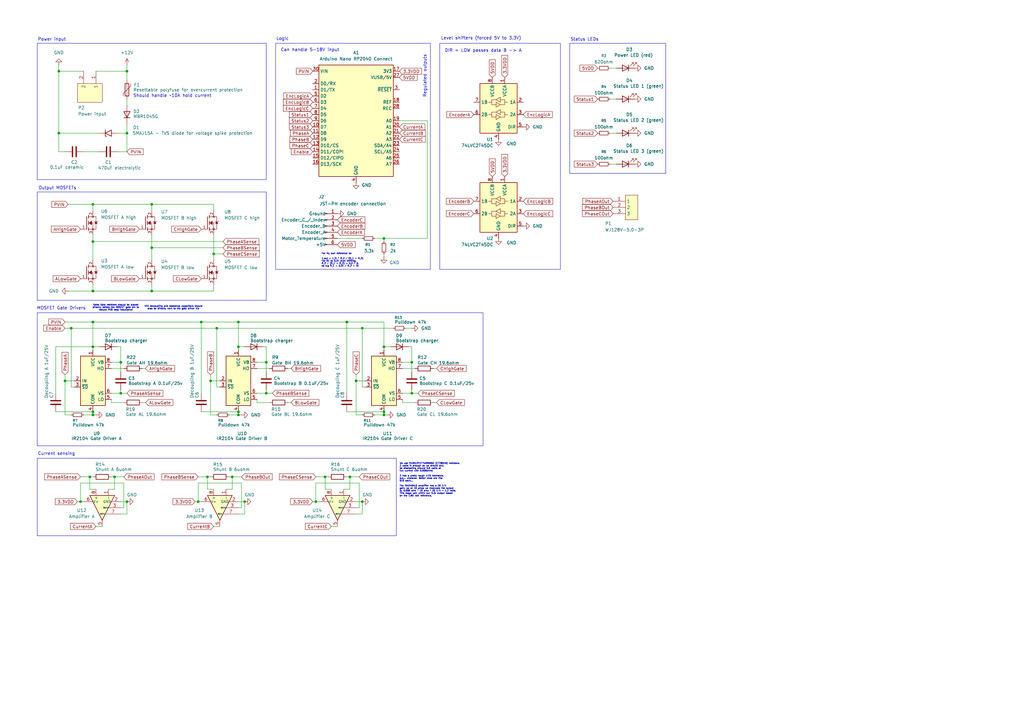
<source format=kicad_sch>
(kicad_sch (version 20250114) (generator "eeschema") (generator_version "9.0")
  (paper "A3")
  (lib_symbols
    (symbol "Amplifier_Current:INA240A1D" (pin_names (offset 0.127))
      (property "Reference" "U" (at 3.81 3.81 0))
      (property "Value" "INA240A1D" (at 3.81 -2.54 0))
      (symbol "INA240A1D_1_1"
        (pin input line (at -7.62 2.54 0) (length 2.54) (name "+") (number "8"))
        (pin input line (at -7.62 -2.54 0) (length 2.54) (name "-") (number "1"))
        (pin power_in line (at -2.54 7.62 270) (length 3.81) (name "V+") (number "6"))
        (pin power_in line (at -2.54 -7.62 90) (length 3.81) (name "GND") (number "2"))
        (pin passive line (at -2.54 -7.62 90) (length 3.81) (hide yes) (name "GND") (number "4"))
        (pin passive line (at 0 -7.62 90) (length 5.08) (name "REF2") (number "3"))
        (pin passive line (at 2.54 -7.62 90) (length 6.35) (name "REF1") (number "7"))
        (pin output line (at 7.62 0 180) (length 2.54) (name "~") (number "5"))
      )
    )
    (symbol "Connector:Conn_01x06_Pin" (pin_names (offset 1.016))
      (property "Reference" "J2" (at 1.27 10.16 0))
      (property "Value" "JST-PH encoder connection" (at 0 7.62 0))
      (symbol "Conn_01x06_Pin_1_1"
        (pin power_in line (at 5.08 5.08 180) (length 3.81) (name "Ground") (number "1"))
        (pin output line (at 5.08 2.54 180) (length 3.81) (name "Encoder_C_/_Index") (number "2"))
        (pin output line (at 5.08 0 180) (length 3.81) (name "Encoder_B") (number "3"))
        (pin output line (at 5.08 -2.54 180) (length 3.81) (name "Encoder_A") (number "4"))
        (pin output line (at 5.08 -5.08 180) (length 3.81) (name "Motor_Temperature") (number "5"))
        (pin power_in line (at 5.08 -7.62 180) (length 3.81) (name "+5V") (number "6"))
      )
    )
    (symbol "Device:C" (pin_numbers (hide yes)) (pin_names (offset 0.254))
      (property "Reference" "C" (at 0.635 2.54 0))
      (property "Value" "C" (at 0.635 -2.54 0))
      (symbol "C_1_1"
        (pin passive line (at 0 3.81 270) (length 2.794) (name "~") (number "1"))
        (pin passive line (at 0 -3.81 90) (length 2.794) (name "~") (number "2"))
      )
    )
    (symbol "Device:D" (pin_numbers (hide yes)) (pin_names (offset 1.016) (hide yes))
      (property "Reference" "D" (at 0 2.54 0))
      (property "Value" "D" (at 0 -2.54 0))
      (symbol "D_1_1"
        (pin passive line (at -3.81 0 0) (length 2.54) (name "K") (number "1"))
        (pin passive line (at 3.81 0 180) (length 2.54) (name "A") (number "2"))
      )
    )
    (symbol "Device:LED" (pin_numbers (hide yes)) (pin_names (offset 1.016) (hide yes))
      (property "Reference" "D" (at 0 2.54 0))
      (property "Value" "LED" (at 0 -2.54 0))
      (symbol "LED_1_1"
        (pin passive line (at -3.81 0 0) (length 2.54) (name "K") (number "1"))
        (pin passive line (at 3.81 0 180) (length 2.54) (name "A") (number "2"))
      )
    )
    (symbol "Device:Polyfuse" (pin_numbers (hide yes)) (pin_names (offset 0))
      (property "Reference" "F" (at -2.54 0 90))
      (property "Value" "Polyfuse" (at 2.54 0 90))
      (symbol "Polyfuse_1_1"
        (pin passive line (at 0 3.81 270) (length 1.27) (name "~") (number "1"))
        (pin passive line (at 0 -3.81 90) (length 1.27) (name "~") (number "2"))
      )
    )
    (symbol "Device:R" (pin_numbers (hide yes)) (pin_names (offset 0))
      (property "Reference" "R" (at 2.032 0 90))
      (property "Value" "R" (at 0 0 90))
      (symbol "R_1_1"
        (pin passive line (at 0 3.81 270) (length 1.27) (name "~") (number "1"))
        (pin passive line (at 0 -3.81 90) (length 1.27) (name "~") (number "2"))
      )
    )
    (symbol "Device:R_Small" (pin_numbers (hide yes)) (pin_names (offset 0.254) (hide yes))
      (property "Reference" "R" (at 0 0 90))
      (property "Value" "R_Small" (at 1.778 0 90))
      (symbol "R_Small_1_1"
        (pin passive line (at 0 2.54 270) (length 0.762) (name "~") (number "1"))
        (pin passive line (at 0 -2.54 90) (length 0.762) (name "~") (number "2"))
      )
    )
    (symbol "Diode:SMAJ15A" (pin_numbers (hide yes)) (pin_names (offset 1.016) (hide yes))
      (property "Reference" "D" (at 0 2.54 0))
      (property "Value" "SMAJ15A" (at 0 -2.54 0))
      (symbol "SMAJ15A_1_1"
        (pin passive line (at -3.81 0 0) (length 2.54) (name "A1") (number "1"))
        (pin passive line (at 3.81 0 180) (length 2.54) (name "A2") (number "2"))
      )
    )
    (symbol "Driver_FET:IR2104"
      (property "Reference" "U" (at 1.27 13.335 0))
      (property "Value" "IR2104" (at 1.27 11.43 0))
      (symbol "IR2104_1_1"
        (pin input line (at -7.62 0 0) (length 2.54) (name "IN") (number "2"))
        (pin input line (at -7.62 -2.54 0) (length 2.54) (name "~{SD}") (number "3"))
        (pin power_in line (at 0 12.7 270) (length 2.54) (name "VCC") (number "1"))
        (pin power_in line (at 0 -12.7 90) (length 2.54) (name "COM") (number "4"))
        (pin passive line (at 7.62 7.62 180) (length 2.54) (name "VB") (number "8"))
        (pin output line (at 7.62 5.08 180) (length 2.54) (name "HO") (number "7"))
        (pin passive line (at 7.62 -5.08 180) (length 2.54) (name "VS") (number "6"))
        (pin output line (at 7.62 -7.62 180) (length 2.54) (name "LO") (number "5"))
      )
    )
    (symbol "Logic_LevelTranslator:74LVC2T45DC"
      (property "Reference" "U" (at 6.35 -11.43 0))
      (property "Value" "74LVC2T45DC" (at 10.16 11.43 0))
      (symbol "74LVC2T45DC_1_1"
        (pin bidirectional line (at -10.16 2.54 0) (length 2.54) (name "1A") (number "2"))
        (pin bidirectional line (at -10.16 -2.54 0) (length 2.54) (name "2A") (number "3"))
        (pin input line (at -10.16 -7.62 0) (length 2.54) (name "DIR") (number "5"))
        (pin power_in line (at -2.54 12.7 270) (length 2.54) (name "VCCA") (number "1"))
        (pin power_in line (at 0 -12.7 90) (length 2.54) (name "GND") (number "4"))
        (pin power_in line (at 2.54 12.7 270) (length 2.54) (name "VCCB") (number "8"))
        (pin bidirectional line (at 10.16 2.54 180) (length 2.54) (name "1B") (number "7"))
        (pin bidirectional line (at 10.16 -2.54 180) (length 2.54) (name "2B") (number "6"))
      )
    )
    (symbol "MCU_Module:Arduino_Nano_RP2040_Connect"
      (property "Reference" "A" (at -14.986 23.622 0))
      (property "Value" "Arduino_Nano_RP2040_Connect" (at 3.81 -25.654 0))
      (symbol "Arduino_Nano_RP2040_Connect_1_1"
        (pin power_in line (at -17.78 20.32 0) (length 2.54) (name "VIN") (number "30"))
        (pin bidirectional line (at -17.78 15.24 0) (length 2.54) (name "D0/RX") (number "2"))
        (pin bidirectional line (at -17.78 12.7 0) (length 2.54) (name "D1/TX") (number "1"))
        (pin bidirectional line (at -17.78 10.16 0) (length 2.54) (name "D2") (number "5"))
        (pin bidirectional line (at -17.78 7.62 0) (length 2.54) (name "D3") (number "6"))
        (pin bidirectional line (at -17.78 5.08 0) (length 2.54) (name "D4") (number "7"))
        (pin bidirectional line (at -17.78 2.54 0) (length 2.54) (name "D5") (number "8"))
        (pin bidirectional line (at -17.78 0 0) (length 2.54) (name "D6") (number "9"))
        (pin bidirectional line (at -17.78 -2.54 0) (length 2.54) (name "D7") (number "10"))
        (pin bidirectional line (at -17.78 -5.08 0) (length 2.54) (name "D8") (number "11"))
        (pin bidirectional line (at -17.78 -7.62 0) (length 2.54) (name "D9") (number "12"))
        (pin bidirectional line (at -17.78 -10.16 0) (length 2.54) (name "D10/CS") (number "13"))
        (pin bidirectional line (at -17.78 -12.7 0) (length 2.54) (name "D11/COPI") (number "14"))
        (pin bidirectional line (at -17.78 -15.24 0) (length 2.54) (name "D12/CIPO") (number "15"))
        (pin bidirectional line (at -17.78 -17.78 0) (length 2.54) (name "D13/SCK") (number "16"))
        (pin passive line (at 0 -25.4 90) (length 2.54) (hide yes) (name "GND") (number "29"))
        (pin power_in line (at 0 -25.4 90) (length 2.54) (name "GND") (number "4"))
        (pin power_out line (at 17.78 20.32 180) (length 2.54) (name "3V3") (number "17"))
        (pin power_out line (at 17.78 17.78 180) (length 2.54) (name "VUSB/5V") (number "27"))
        (pin input line (at 17.78 12.7 180) (length 2.54) (name "~{RESET}") (number "3"))
        (pin passive line (at 17.78 7.62 180) (length 2.54) (name "REF") (number "18"))
        (pin input line (at 17.78 5.08 180) (length 2.54) (name "REC") (number "28"))
        (pin bidirectional line (at 17.78 0 180) (length 2.54) (name "A0") (number "19"))
        (pin bidirectional line (at 17.78 -2.54 180) (length 2.54) (name "A1") (number "20"))
        (pin bidirectional line (at 17.78 -5.08 180) (length 2.54) (name "A2") (number "21"))
        (pin bidirectional line (at 17.78 -7.62 180) (length 2.54) (name "A3") (number "22"))
        (pin bidirectional line (at 17.78 -10.16 180) (length 2.54) (name "SDA/A4") (number "23"))
        (pin bidirectional line (at 17.78 -12.7 180) (length 2.54) (name "SCL/A5") (number "24"))
        (pin bidirectional line (at 17.78 -15.24 180) (length 2.54) (name "A6") (number "25"))
        (pin bidirectional line (at 17.78 -17.78 180) (length 2.54) (name "A7") (number "26"))
      )
    )
    (symbol "STP55NF06L:STP55NF06L" (pin_names (offset 1.016))
      (property "Reference" "U" (at -10.16 8.62 0))
      (property "Value" "STP55NF06L" (at -10.16 -11.62 0))
      (symbol "STP55NF06L_0_0"
        (pin passive line (at -5.08 -2.54 0) (length 2.54) (name "~") (number "1"))
        (pin passive line (at 0 5.08 270) (length 2.54) (name "~") (number "2"))
        (pin passive line (at 0 -5.08 90) (length 2.54) (name "~") (number "3"))
      )
    )
    (symbol "WJ128V-5.0-2P:WJ128V-5.0-2P"
      (property "Reference" "P" (at 0 -1.27 0))
      (property "Value" "WJ128V-5.0-2P" (at 0 -11.43 0))
      (symbol "WJ128V-5.0-2P_0_1"
        (pin unspecified line (at -2.54 -6.35 90) (length 5.08) (name "1") (number "1"))
        (pin unspecified line (at 2.54 -6.35 90) (length 5.08) (name "2") (number "2"))
      )
    )
    (symbol "WJ128V-5.0-3P:WJ128V-5.0-3P"
      (property "Reference" "P" (at 0 0 0))
      (property "Value" "WJ128V-5.0-3P" (at 0 -10.16 0))
      (symbol "WJ128V-5.0-3P_0_1"
        (pin unspecified line (at -2.54 -5.08 90) (length 5.08) (name "1") (number "1"))
        (pin unspecified line (at 0 -5.08 90) (length 5.08) (name "2") (number "2"))
        (pin unspecified line (at 2.54 -5.08 90) (length 5.08) (name "3") (number "3"))
      )
    )
    (symbol "power:+12V" (power) (pin_numbers (hide yes)) (pin_names (offset 0) (hide yes))
      (property "Value" "+12V" (at 0 3.556 0))
      (symbol "+12V_1_1"
        (pin power_in line (at 0 0 90) (length 0) (name "~") (number "1"))
      )
    )
    (symbol "power:GND" (power) (pin_numbers (hide yes)) (pin_names (offset 0) (hide yes))
      (property "Value" "GND" (at 0 -3.81 0))
      (symbol "GND_1_1"
        (pin power_in line (at 0 0 270) (length 0) (name "~") (number "1"))
      )
    )
  )
  (rectangle (start 15.24 128.27) (end 198.12 182.88))
  (rectangle (start 15.24 78.74) (end 109.22 123.19))
  (rectangle (start 15.24 187.96) (end 162.56 219.71))
  (rectangle (start 180.34 17.78) (end 229.87 110.49))
  (rectangle (start 113.03 17.78) (end 176.53 110.49))
  (rectangle (start 233.68 17.78) (end 273.05 71.12))
  (rectangle (start 15.24 17.78) (end 109.22 73.66))
  (text "Can handle 5-18V input" (at 139.192 20.574 0) (effects (font (size 1.27 1.27)) (justify right)))
  (text "VCC decoupling and bootstrap capacitors should\nalso be directly next to the gate driver ICs" (at 71.12 126.238 0) (effects (font (size 0.635 0.635))))
  (text "Logic\n" (at 113.284 16.002 0) (effects (font (size 1.27 1.27)) (justify left)))
  (text "MOSFET Gate Drivers" (at 25.146 126.492 0) (effects (font (size 1.27 1.27))))
  (text "Output MOSFETs" (at 15.748 77.216 0) (effects (font (size 1.27 1.27)) (justify left)))
  (text "We use PA2512FKF7W0R006E (C728340) resistors.\n2 watts is enough as we should only\nbe dissipating around 0.6 watts at\nfull current with 0.006ohms\n\nIt has a pretty rough ±1% tolerance,\nbut... whatever. Better ones are like\n$10 each...\n\nThe INA240A1D amplifier has a 20 V/V\ngain, so at 10 amps we modulate the output\nby 0.006 ohm * 10 amp * 20 V/V = 1.2 volts.\nThis stays well within our 3.3v output based\non the 1.65 volt reference." (at 163.83 196.85 0) (effects (font (size 0.635 0.635)) (justify left)))
  (text "For my own reference lol\n\nV_out = V_in * R_2 / (R_1 + R_2)\nFor 5V to 3.3V level shifting,\nR_2 / (R_1 + R_2) = 3.3 / 5,\nso e.g R_1 = 3.3k / R_2 = 2k" (at 131.826 106.68 0) (effects (font (size 0.635 0.635)) (justify left)))
  (text "Status LEDs" (at 233.934 16.256 0) (effects (font (size 1.27 1.27)) (justify left)))
  (text "Regulated outputs\n" (at 174.244 22.352 90) (effects (font (size 1.27 1.27)) (justify right)))
  (text "DIR = LOW passes data B -> A" (at 182.372 20.828 0) (effects (font (size 1.27 1.27)) (justify left)))
  (text "Level shifters (forced 5V to 3.3V)" (at 180.848 15.748 0) (effects (font (size 1.27 1.27)) (justify left)))
  (text "Power input\n" (at 15.494 16.256 0) (effects (font (size 1.27 1.27)) (justify left)))
  (text "Should handle ~10A hold current" (at 54.61 38.608 0) (effects (font (size 1.27 1.27)) (justify left top)))
  (text "Current sensing" (at 15.494 186.182 0) (effects (font (size 1.27 1.27)) (justify left)))
  (text "Note: Gate resistors should be placed\ndirectly before the MOSFET gate pin to\nreduce PCB loop inductance" (at 47.498 126.238 0) (effects (font (size 0.635 0.635))))
  (junction (at 109.22 161.29))
  (junction (at 38.1 132.08))
  (junction (at 109.22 148.59))
  (junction (at 148.59 134.62))
  (junction (at 168.91 148.59))
  (junction (at 49.53 161.29))
  (junction (at 24.13 54.61))
  (junction (at 52.07 54.61))
  (junction (at 81.28 205.74))
  (junction (at 52.07 205.74))
  (junction (at 26.67 156.21))
  (junction (at 52.07 29.21))
  (junction (at 168.91 161.29))
  (junction (at 62.23 119.38))
  (junction (at 38.1 168.91))
  (junction (at 146.05 156.21))
  (junction (at 88.9 134.62))
  (junction (at 100.33 205.74))
  (junction (at 97.79 132.08))
  (junction (at 133.35 195.58))
  (junction (at 38.1 83.82))
  (junction (at 157.48 170.18))
  (junction (at 157.48 168.91))
  (junction (at 38.1 142.24))
  (junction (at 97.79 168.91))
  (junction (at 87.63 104.14))
  (junction (at 82.55 132.08))
  (junction (at 24.13 29.21))
  (junction (at 62.23 83.82))
  (junction (at 38.1 99.06))
  (junction (at 143.51 195.58))
  (junction (at 46.99 195.58))
  (junction (at 33.02 205.74))
  (junction (at 38.1 119.38))
  (junction (at 97.79 142.24))
  (junction (at 62.23 101.6))
  (junction (at 142.24 132.08))
  (junction (at 148.59 205.74))
  (junction (at 86.36 156.21))
  (junction (at 29.21 134.62))
  (junction (at 49.53 148.59))
  (junction (at 85.09 195.58))
  (junction (at 157.48 142.24))
  (junction (at 129.54 205.74))
  (junction (at 36.83 195.58))
  (junction (at 157.48 97.79))
  (junction (at 97.79 170.18))
  (junction (at 38.1 170.18))
  (junction (at 95.25 195.58))
  (wire (pts (xy 86.36 156.21) (xy 90.17 156.21)))
  (wire (pts (xy 148.59 210.82) (xy 148.59 205.74)))
  (wire (pts (xy 33.02 195.58) (xy 36.83 195.58)))
  (wire (pts (xy 147.32 198.12) (xy 147.32 208.28)))
  (wire (pts (xy 26.67 62.23) (xy 24.13 62.23)))
  (wire (pts (xy 109.22 160.02) (xy 109.22 161.29)))
  (wire (pts (xy 24.13 26.67) (xy 24.13 29.21)))
  (wire (pts (xy 157.48 97.79) (xy 175.26 97.79)))
  (wire (pts (xy 177.8 165.1) (xy 179.07 165.1)))
  (wire (pts (xy 88.9 170.18) (xy 86.36 170.18)))
  (wire (pts (xy 153.67 170.18) (xy 157.48 170.18)))
  (wire (pts (xy 105.41 148.59) (xy 109.22 148.59)))
  (wire (pts (xy 175.26 49.53) (xy 175.26 97.79)))
  (wire (pts (xy 29.21 134.62) (xy 88.9 134.62)))
  (wire (pts (xy 105.41 165.1) (xy 105.41 163.83)))
  (wire (pts (xy 153.67 97.79) (xy 157.48 97.79)))
  (wire (pts (xy 105.41 161.29) (xy 109.22 161.29)))
  (wire (pts (xy 62.23 101.6) (xy 62.23 106.68)))
  (wire (pts (xy 80.01 205.74) (xy 81.28 205.74)))
  (wire (pts (xy 97.79 142.24) (xy 97.79 143.51)))
  (wire (pts (xy 34.29 170.18) (xy 38.1 170.18)))
  (wire (pts (xy 22.86 168.91) (xy 38.1 168.91)))
  (wire (pts (xy 105.41 151.13) (xy 110.49 151.13)))
  (wire (pts (xy 62.23 119.38) (xy 62.23 116.84)))
  (wire (pts (xy 59.69 151.13) (xy 58.42 151.13)))
  (wire (pts (xy 45.72 151.13) (xy 50.8 151.13)))
  (wire (pts (xy 27.94 83.82) (xy 38.1 83.82)))
  (wire (pts (xy 49.53 160.02) (xy 49.53 161.29)))
  (wire (pts (xy 62.23 96.52) (xy 62.23 101.6)))
  (wire (pts (xy 85.09 195.58) (xy 85.09 200.66)))
  (wire (pts (xy 52.07 29.21) (xy 52.07 33.02)))
  (wire (pts (xy 29.21 170.18) (xy 26.67 170.18)))
  (wire (pts (xy 109.22 142.24) (xy 107.95 142.24)))
  (wire (pts (xy 49.53 142.24) (xy 48.26 142.24)))
  (wire (pts (xy 45.72 165.1) (xy 50.8 165.1)))
  (wire (pts (xy 109.22 148.59) (xy 109.22 152.4)))
  (wire (pts (xy 142.24 132.08) (xy 142.24 161.29)))
  (wire (pts (xy 158.75 170.18) (xy 157.48 170.18)))
  (wire (pts (xy 38.1 132.08) (xy 82.55 132.08)))
  (wire (pts (xy 157.48 132.08) (xy 157.48 142.24)))
  (wire (pts (xy 52.07 40.64) (xy 52.07 43.18)))
  (wire (pts (xy 146.05 210.82) (xy 148.59 210.82)))
  (wire (pts (xy 179.07 151.13) (xy 177.8 151.13)))
  (wire (pts (xy 97.79 170.18) (xy 97.79 168.91)))
  (wire (pts (xy 147.32 208.28) (xy 146.05 208.28)))
  (wire (pts (xy 95.25 195.58) (xy 93.98 195.58)))
  (wire (pts (xy 26.67 156.21) (xy 30.48 156.21)))
  (wire (pts (xy 31.75 205.74) (xy 33.02 205.74)))
  (wire (pts (xy 38.1 119.38) (xy 38.1 116.84)))
  (wire (pts (xy 100.33 142.24) (xy 97.79 142.24)))
  (wire (pts (xy 165.1 165.1) (xy 165.1 163.83)))
  (wire (pts (xy 168.91 142.24) (xy 168.91 148.59)))
  (wire (pts (xy 22.86 161.29) (xy 22.86 142.24)))
  (wire (pts (xy 24.13 29.21) (xy 24.13 54.61)))
  (wire (pts (xy 36.83 195.58) (xy 36.83 200.66)))
  (wire (pts (xy 62.23 83.82) (xy 87.63 83.82)))
  (wire (pts (xy 26.67 132.08) (xy 38.1 132.08)))
  (wire (pts (xy 250.19 54.61) (xy 252.73 54.61)))
  (wire (pts (xy 29.21 134.62) (xy 29.21 158.75)))
  (wire (pts (xy 87.63 96.52) (xy 87.63 104.14)))
  (wire (pts (xy 92.71 200.66) (xy 95.25 200.66)))
  (wire (pts (xy 97.79 210.82) (xy 100.33 210.82)))
  (wire (pts (xy 50.8 198.12) (xy 50.8 208.28)))
  (wire (pts (xy 95.25 200.66) (xy 95.25 195.58)))
  (wire (pts (xy 86.36 156.21) (xy 86.36 153.67)))
  (wire (pts (xy 24.13 54.61) (xy 40.64 54.61)))
  (wire (pts (xy 99.06 170.18) (xy 97.79 170.18)))
  (wire (pts (xy 88.9 134.62) (xy 148.59 134.62)))
  (wire (pts (xy 93.98 170.18) (xy 97.79 170.18)))
  (wire (pts (xy 157.48 142.24) (xy 157.48 143.51)))
  (wire (pts (xy 39.37 170.18) (xy 38.1 170.18)))
  (wire (pts (xy 46.99 195.58) (xy 50.8 195.58)))
  (wire (pts (xy 88.9 134.62) (xy 88.9 158.75)))
  (wire (pts (xy 33.02 205.74) (xy 34.29 205.74)))
  (wire (pts (xy 81.28 205.74) (xy 82.55 205.74)))
  (wire (pts (xy 100.33 205.74) (xy 97.79 205.74)))
  (wire (pts (xy 62.23 119.38) (xy 87.63 119.38)))
  (wire (pts (xy 91.44 104.14) (xy 87.63 104.14)))
  (wire (pts (xy 87.63 215.9) (xy 90.17 215.9)))
  (wire (pts (xy 163.83 49.53) (xy 175.26 49.53)))
  (wire (pts (xy 38.1 96.52) (xy 38.1 99.06)))
  (wire (pts (xy 250.19 40.64) (xy 252.73 40.64)))
  (wire (pts (xy 52.07 50.8) (xy 52.07 54.61)))
  (wire (pts (xy 168.91 148.59) (xy 168.91 152.4)))
  (wire (pts (xy 157.48 104.14) (xy 157.48 105.41)))
  (wire (pts (xy 148.59 134.62) (xy 161.29 134.62)))
  (wire (pts (xy 52.07 54.61) (xy 48.26 54.61)))
  (wire (pts (xy 45.72 195.58) (xy 46.99 195.58)))
  (wire (pts (xy 100.33 210.82) (xy 100.33 205.74)))
  (wire (pts (xy 128.27 205.74) (xy 129.54 205.74)))
  (wire (pts (xy 140.97 200.66) (xy 143.51 200.66)))
  (wire (pts (xy 109.22 142.24) (xy 109.22 148.59)))
  (wire (pts (xy 26.67 156.21) (xy 26.67 170.18)))
  (wire (pts (xy 142.24 168.91) (xy 157.48 168.91)))
  (wire (pts (xy 86.36 156.21) (xy 86.36 170.18)))
  (wire (pts (xy 142.24 132.08) (xy 157.48 132.08)))
  (wire (pts (xy 146.05 156.21) (xy 146.05 170.18)))
  (wire (pts (xy 36.83 195.58) (xy 38.1 195.58)))
  (wire (pts (xy 118.11 165.1) (xy 119.38 165.1)))
  (wire (pts (xy 157.48 99.06) (xy 157.48 97.79)))
  (wire (pts (xy 45.72 148.59) (xy 49.53 148.59)))
  (wire (pts (xy 146.05 156.21) (xy 146.05 153.67)))
  (wire (pts (xy 85.09 195.58) (xy 86.36 195.58)))
  (wire (pts (xy 148.59 134.62) (xy 148.59 158.75)))
  (wire (pts (xy 111.76 161.29) (xy 109.22 161.29)))
  (wire (pts (xy 81.28 205.74) (xy 81.28 198.12)))
  (wire (pts (xy 88.9 158.75) (xy 90.17 158.75)))
  (wire (pts (xy 38.1 86.36) (xy 38.1 83.82)))
  (wire (pts (xy 52.07 210.82) (xy 52.07 205.74)))
  (wire (pts (xy 133.35 195.58) (xy 133.35 200.66)))
  (wire (pts (xy 45.72 165.1) (xy 45.72 163.83)))
  (wire (pts (xy 165.1 161.29) (xy 168.91 161.29)))
  (wire (pts (xy 39.37 200.66) (xy 36.83 200.66)))
  (wire (pts (xy 87.63 200.66) (xy 85.09 200.66)))
  (wire (pts (xy 82.55 132.08) (xy 97.79 132.08)))
  (wire (pts (xy 52.07 26.67) (xy 52.07 29.21)))
  (wire (pts (xy 99.06 208.28) (xy 97.79 208.28)))
  (wire (pts (xy 38.1 83.82) (xy 62.23 83.82)))
  (wire (pts (xy 168.91 134.62) (xy 166.37 134.62)))
  (wire (pts (xy 38.1 99.06) (xy 38.1 106.68)))
  (wire (pts (xy 97.79 132.08) (xy 97.79 142.24)))
  (wire (pts (xy 24.13 29.21) (xy 34.29 29.21)))
  (wire (pts (xy 33.02 205.74) (xy 33.02 198.12)))
  (wire (pts (xy 129.54 205.74) (xy 130.81 205.74)))
  (wire (pts (xy 250.19 27.94) (xy 252.73 27.94)))
  (wire (pts (xy 165.1 151.13) (xy 170.18 151.13)))
  (wire (pts (xy 250.19 67.31) (xy 252.73 67.31)))
  (wire (pts (xy 38.1 170.18) (xy 38.1 168.91)))
  (wire (pts (xy 27.94 119.38) (xy 38.1 119.38)))
  (wire (pts (xy 38.1 142.24) (xy 38.1 143.51)))
  (wire (pts (xy 52.07 205.74) (xy 49.53 205.74)))
  (wire (pts (xy 168.91 160.02) (xy 168.91 161.29)))
  (wire (pts (xy 119.38 151.13) (xy 118.11 151.13)))
  (wire (pts (xy 147.32 195.58) (xy 143.51 195.58)))
  (wire (pts (xy 143.51 195.58) (xy 142.24 195.58)))
  (wire (pts (xy 29.21 158.75) (xy 30.48 158.75)))
  (wire (pts (xy 44.45 200.66) (xy 46.99 200.66)))
  (wire (pts (xy 99.06 198.12) (xy 99.06 208.28)))
  (wire (pts (xy 168.91 142.24) (xy 167.64 142.24)))
  (wire (pts (xy 87.63 104.14) (xy 87.63 106.68)))
  (wire (pts (xy 135.89 215.9) (xy 138.43 215.9)))
  (wire (pts (xy 49.53 142.24) (xy 49.53 148.59)))
  (wire (pts (xy 91.44 101.6) (xy 62.23 101.6)))
  (wire (pts (xy 165.1 148.59) (xy 168.91 148.59)))
  (wire (pts (xy 52.07 161.29) (xy 49.53 161.29)))
  (wire (pts (xy 49.53 210.82) (xy 52.07 210.82)))
  (wire (pts (xy 49.53 148.59) (xy 49.53 152.4)))
  (wire (pts (xy 40.64 142.24) (xy 38.1 142.24)))
  (wire (pts (xy 39.37 29.21) (xy 52.07 29.21)))
  (wire (pts (xy 129.54 195.58) (xy 133.35 195.58)))
  (wire (pts (xy 34.29 62.23) (xy 40.64 62.23)))
  (wire (pts (xy 129.54 198.12) (xy 147.32 198.12)))
  (wire (pts (xy 82.55 168.91) (xy 97.79 168.91)))
  (wire (pts (xy 87.63 83.82) (xy 87.63 86.36)))
  (wire (pts (xy 138.43 97.79) (xy 148.59 97.79)))
  (wire (pts (xy 105.41 165.1) (xy 110.49 165.1)))
  (wire (pts (xy 143.51 200.66) (xy 143.51 195.58)))
  (wire (pts (xy 50.8 208.28) (xy 49.53 208.28)))
  (wire (pts (xy 52.07 62.23) (xy 48.26 62.23)))
  (wire (pts (xy 26.67 134.62) (xy 29.21 134.62)))
  (wire (pts (xy 26.67 156.21) (xy 26.67 153.67)))
  (wire (pts (xy 22.86 142.24) (xy 38.1 142.24)))
  (wire (pts (xy 133.35 195.58) (xy 134.62 195.58)))
  (wire (pts (xy 62.23 83.82) (xy 62.23 86.36)))
  (wire (pts (xy 81.28 198.12) (xy 99.06 198.12)))
  (wire (pts (xy 81.28 195.58) (xy 85.09 195.58)))
  (wire (pts (xy 52.07 54.61) (xy 52.07 62.23)))
  (wire (pts (xy 157.48 170.18) (xy 157.48 168.91)))
  (wire (pts (xy 146.05 156.21) (xy 149.86 156.21)))
  (wire (pts (xy 82.55 132.08) (xy 82.55 161.29)))
  (wire (pts (xy 148.59 205.74) (xy 146.05 205.74)))
  (wire (pts (xy 148.59 158.75) (xy 149.86 158.75)))
  (wire (pts (xy 160.02 142.24) (xy 157.48 142.24)))
  (wire (pts (xy 38.1 132.08) (xy 38.1 142.24)))
  (wire (pts (xy 45.72 161.29) (xy 49.53 161.29)))
  (wire (pts (xy 38.1 119.38) (xy 62.23 119.38)))
  (wire (pts (xy 87.63 119.38) (xy 87.63 116.84)))
  (wire (pts (xy 165.1 165.1) (xy 170.18 165.1)))
  (wire (pts (xy 135.89 200.66) (xy 133.35 200.66)))
  (wire (pts (xy 24.13 54.61) (xy 24.13 62.23)))
  (wire (pts (xy 97.79 132.08) (xy 142.24 132.08)))
  (wire (pts (xy 46.99 200.66) (xy 46.99 195.58)))
  (wire (pts (xy 171.45 161.29) (xy 168.91 161.29)))
  (wire (pts (xy 129.54 205.74) (xy 129.54 198.12)))
  (wire (pts (xy 91.44 99.06) (xy 38.1 99.06)))
  (wire (pts (xy 148.59 170.18) (xy 146.05 170.18)))
  (wire (pts (xy 39.37 215.9) (xy 41.91 215.9)))
  (wire (pts (xy 99.06 195.58) (xy 95.25 195.58)))
  (wire (pts (xy 33.02 198.12) (xy 50.8 198.12)))
  (wire (pts (xy 58.42 165.1) (xy 59.69 165.1)))
  (global_label "CurrentA" (shape input) (at 39.37 215.9 180) (property "Intersheetrefs" "${INTERSHEET_REFS}" (effects (hide yes))))
  (global_label "5VDD" (shape input) (at 201.93 31.75 90) (property "Intersheetrefs" "${INTERSHEET_REFS}" (effects (hide yes))))
  (global_label "EncoderB" (shape input) (at 138.43 92.71 0) (property "Intersheetrefs" "${INTERSHEET_REFS}" (effects (hide yes))))
  (global_label "PhaseCOut" (shape input) (at 251.46 87.63 180) (property "Intersheetrefs" "${INTERSHEET_REFS}" (effects (hide yes))))
  (global_label "PhaseAOut" (shape input) (at 50.8 195.58 0) (property "Intersheetrefs" "${INTERSHEET_REFS}" (effects (hide yes))))
  (global_label "BHighGate" (shape input) (at 57.15 93.98 180) (property "Intersheetrefs" "${INTERSHEET_REFS}" (effects (hide yes))))
  (global_label "Status2" (shape input) (at 128.27 49.53 180) (property "Intersheetrefs" "${INTERSHEET_REFS}" (effects (hide yes))))
  (global_label "EncoderA" (shape input) (at 138.43 95.25 0) (property "Intersheetrefs" "${INTERSHEET_REFS}" (effects (hide yes))))
  (global_label "CLowGate" (shape input) (at 82.55 114.3 180) (property "Intersheetrefs" "${INTERSHEET_REFS}" (effects (hide yes))))
  (global_label "CurrentC" (shape input) (at 163.83 57.15 0) (property "Intersheetrefs" "${INTERSHEET_REFS}" (effects (hide yes))))
  (global_label "3.3VDD" (shape input) (at 207.01 72.39 90) (property "Intersheetrefs" "${INTERSHEET_REFS}" (effects (hide yes))))
  (global_label "3.3VDD" (shape input) (at 31.75 205.74 180) (property "Intersheetrefs" "${INTERSHEET_REFS}" (effects (hide yes))))
  (global_label "EncoderC" (shape input) (at 138.43 90.17 0) (property "Intersheetrefs" "${INTERSHEET_REFS}" (effects (hide yes))))
  (global_label "CurrentA" (shape input) (at 163.83 52.07 0) (property "Intersheetrefs" "${INTERSHEET_REFS}" (effects (hide yes))))
  (global_label "EncLogicA" (shape input) (at 128.27 39.37 180) (property "Intersheetrefs" "${INTERSHEET_REFS}" (effects (hide yes))))
  (global_label "PhaseA" (shape input) (at 26.67 153.67 90) (property "Intersheetrefs" "${INTERSHEET_REFS}" (effects (hide yes))))
  (global_label "3.3VDD" (shape input) (at 163.83 29.21 0) (property "Intersheetrefs" "${INTERSHEET_REFS}" (effects (hide yes))))
  (global_label "BLowGate" (shape input) (at 119.38 165.1 0) (property "Intersheetrefs" "${INTERSHEET_REFS}" (effects (hide yes))))
  (global_label "3.3VDD" (shape input) (at 80.01 205.74 180) (property "Intersheetrefs" "${INTERSHEET_REFS}" (effects (hide yes))))
  (global_label "CLowGate" (shape input) (at 179.07 165.1 0) (property "Intersheetrefs" "${INTERSHEET_REFS}" (effects (hide yes))))
  (global_label "PhaseA" (shape input) (at 128.27 54.61 180) (property "Intersheetrefs" "${INTERSHEET_REFS}" (effects (hide yes))))
  (global_label "PhaseCSense" (shape input) (at 171.45 161.29 0) (property "Intersheetrefs" "${INTERSHEET_REFS}" (effects (hide yes))))
  (global_label "5VDD" (shape input) (at 163.83 31.75 0) (property "Intersheetrefs" "${INTERSHEET_REFS}" (effects (hide yes))))
  (global_label "Enable" (shape input) (at 128.27 62.23 180) (property "Intersheetrefs" "${INTERSHEET_REFS}" (effects (hide yes))))
  (global_label "5VDD" (shape input) (at 245.11 27.94 180) (property "Intersheetrefs" "${INTERSHEET_REFS}" (effects (hide yes))))
  (global_label "PhaseBSense" (shape input) (at 111.76 161.29 0) (property "Intersheetrefs" "${INTERSHEET_REFS}" (effects (hide yes))))
  (global_label "PhaseBOut" (shape input) (at 251.46 85.09 180) (property "Intersheetrefs" "${INTERSHEET_REFS}" (effects (hide yes))))
  (global_label "PhaseASense" (shape input) (at 91.44 99.06 0) (property "Intersheetrefs" "${INTERSHEET_REFS}" (effects (hide yes))))
  (global_label "EncoderC" (shape input) (at 194.31 87.63 180) (property "Intersheetrefs" "${INTERSHEET_REFS}" (effects (hide yes))))
  (global_label "PhaseASense" (shape input) (at 33.02 195.58 180) (property "Intersheetrefs" "${INTERSHEET_REFS}" (effects (hide yes))))
  (global_label "EncoderB" (shape input) (at 194.31 82.55 180) (property "Intersheetrefs" "${INTERSHEET_REFS}" (effects (hide yes))))
  (global_label "EncLogicC" (shape input) (at 128.27 44.45 180) (property "Intersheetrefs" "${INTERSHEET_REFS}" (effects (hide yes))))
  (global_label "PhaseAOut" (shape input) (at 251.46 82.55 180) (property "Intersheetrefs" "${INTERSHEET_REFS}" (effects (hide yes))))
  (global_label "EncLogicC" (shape input) (at 214.63 87.63 0) (property "Intersheetrefs" "${INTERSHEET_REFS}" (effects (hide yes))))
  (global_label "Status1" (shape input) (at 245.11 40.64 180) (property "Intersheetrefs" "${INTERSHEET_REFS}" (effects (hide yes))))
  (global_label "ALowGate" (shape input) (at 33.02 114.3 180) (property "Intersheetrefs" "${INTERSHEET_REFS}" (effects (hide yes))))
  (global_label "PVIN" (shape input) (at 52.07 62.23 0) (property "Intersheetrefs" "${INTERSHEET_REFS}" (effects (hide yes))))
  (global_label "CurrentB" (shape input) (at 87.63 215.9 180) (property "Intersheetrefs" "${INTERSHEET_REFS}" (effects (hide yes))))
  (global_label "EncLogicA" (shape input) (at 214.63 46.99 0) (property "Intersheetrefs" "${INTERSHEET_REFS}" (effects (hide yes))))
  (global_label "PhaseB" (shape input) (at 86.36 153.67 90) (property "Intersheetrefs" "${INTERSHEET_REFS}" (effects (hide yes))))
  (global_label "PVIN" (shape input) (at 26.67 132.08 180) (property "Intersheetrefs" "${INTERSHEET_REFS}" (effects (hide yes))))
  (global_label "EncoderA" (shape input) (at 194.31 46.99 180) (property "Intersheetrefs" "${INTERSHEET_REFS}" (effects (hide yes))))
  (global_label "PhaseCOut" (shape input) (at 147.32 195.58 0) (property "Intersheetrefs" "${INTERSHEET_REFS}" (effects (hide yes))))
  (global_label "5VDD" (shape input) (at 138.43 100.33 0) (property "Intersheetrefs" "${INTERSHEET_REFS}" (effects (hide yes))))
  (global_label "Enable" (shape input) (at 26.67 134.62 180) (property "Intersheetrefs" "${INTERSHEET_REFS}" (effects (hide yes))))
  (global_label "PhaseCSense" (shape input) (at 91.44 104.14 0) (property "Intersheetrefs" "${INTERSHEET_REFS}" (effects (hide yes))))
  (global_label "3.3VDD" (shape input) (at 128.27 205.74 180) (property "Intersheetrefs" "${INTERSHEET_REFS}" (effects (hide yes))))
  (global_label "PhaseB" (shape input) (at 128.27 57.15 180) (property "Intersheetrefs" "${INTERSHEET_REFS}" (effects (hide yes))))
  (global_label "3.3VDD" (shape input) (at 207.01 31.75 90) (property "Intersheetrefs" "${INTERSHEET_REFS}" (effects (hide yes))))
  (global_label "CHighGate" (shape input) (at 82.55 93.98 180) (property "Intersheetrefs" "${INTERSHEET_REFS}" (effects (hide yes))))
  (global_label "PhaseC" (shape input) (at 146.05 153.67 90) (property "Intersheetrefs" "${INTERSHEET_REFS}" (effects (hide yes))))
  (global_label "EncLogicB" (shape input) (at 128.27 41.91 180) (property "Intersheetrefs" "${INTERSHEET_REFS}" (effects (hide yes))))
  (global_label "EncLogicB" (shape input) (at 214.63 82.55 0) (property "Intersheetrefs" "${INTERSHEET_REFS}" (effects (hide yes))))
  (global_label "CHighGate" (shape input) (at 179.07 151.13 0) (property "Intersheetrefs" "${INTERSHEET_REFS}" (effects (hide yes))))
  (global_label "Status3" (shape input) (at 245.11 67.31 180) (property "Intersheetrefs" "${INTERSHEET_REFS}" (effects (hide yes))))
  (global_label "PhaseASense" (shape input) (at 52.07 161.29 0) (property "Intersheetrefs" "${INTERSHEET_REFS}" (effects (hide yes))))
  (global_label "PhaseBOut" (shape input) (at 99.06 195.58 0) (property "Intersheetrefs" "${INTERSHEET_REFS}" (effects (hide yes))))
  (global_label "ALowGate" (shape input) (at 59.69 165.1 0) (property "Intersheetrefs" "${INTERSHEET_REFS}" (effects (hide yes))))
  (global_label "CurrentB" (shape input) (at 163.83 54.61 0) (property "Intersheetrefs" "${INTERSHEET_REFS}" (effects (hide yes))))
  (global_label "PVIN" (shape input) (at 128.27 29.21 180) (property "Intersheetrefs" "${INTERSHEET_REFS}" (effects (hide yes))))
  (global_label "PhaseCSense" (shape input) (at 129.54 195.58 180) (property "Intersheetrefs" "${INTERSHEET_REFS}" (effects (hide yes))))
  (global_label "BHighGate" (shape input) (at 119.38 151.13 0) (property "Intersheetrefs" "${INTERSHEET_REFS}" (effects (hide yes))))
  (global_label "BLowGate" (shape input) (at 57.15 114.3 180) (property "Intersheetrefs" "${INTERSHEET_REFS}" (effects (hide yes))))
  (global_label "PhaseBSense" (shape input) (at 81.28 195.58 180) (property "Intersheetrefs" "${INTERSHEET_REFS}" (effects (hide yes))))
  (global_label "Status1" (shape input) (at 128.27 46.99 180) (property "Intersheetrefs" "${INTERSHEET_REFS}" (effects (hide yes))))
  (global_label "AHighGate" (shape input) (at 59.69 151.13 0) (property "Intersheetrefs" "${INTERSHEET_REFS}" (effects (hide yes))))
  (global_label "5VDD" (shape input) (at 201.93 72.39 90) (property "Intersheetrefs" "${INTERSHEET_REFS}" (effects (hide yes))))
  (global_label "PhaseBSense" (shape input) (at 91.44 101.6 0) (property "Intersheetrefs" "${INTERSHEET_REFS}" (effects (hide yes))))
  (global_label "PVIN" (shape input) (at 27.94 83.82 180) (property "Intersheetrefs" "${INTERSHEET_REFS}" (effects (hide yes))))
  (global_label "AHighGate" (shape input) (at 33.02 93.98 180) (property "Intersheetrefs" "${INTERSHEET_REFS}" (effects (hide yes))))
  (global_label "Status2" (shape input) (at 245.11 54.61 180) (property "Intersheetrefs" "${INTERSHEET_REFS}" (effects (hide yes))))
  (global_label "PhaseC" (shape input) (at 128.27 59.69 180) (property "Intersheetrefs" "${INTERSHEET_REFS}" (effects (hide yes))))
  (global_label "Status3" (shape input) (at 128.27 52.07 180) (property "Intersheetrefs" "${INTERSHEET_REFS}" (effects (hide yes))))
  (global_label "CurrentC" (shape input) (at 135.89 215.9 180) (property "Intersheetrefs" "${INTERSHEET_REFS}" (effects (hide yes))))
  (symbol (lib_id "Device:D") (at 52.07 46.99 270) (mirror x) (unit 1)
    (property "Reference" "D2" (at 54.61 45.72 90) (effects (justify left)))
    (property "Value" "MBR1045G" (at 54.61 47.752 90) (effects (justify left)))
    (property "Footprint" "Package_TO_SOT_THT:TO-220-2_Vertical" (effects (hide yes)))
    (property "Description" "Diode" (effects (hide yes)))
    (property "Sim.Device" "D" (effects (hide yes)))
    (property "Sim.Pins" "1=K 2=A" (effects (hide yes)))
  )
  (symbol (lib_id "Device:R") (at 173.99 165.1 90) (unit 1)
    (property "Reference" "R20" (at 170.942 167.894 90) (effects (justify right)))
    (property "Value" "Gate CL 19.6ohm" (at 170.942 169.926 90) (effects (justify right)))
    (property "Footprint" "Resistor_SMD:R_1206_3216Metric" (effects (hide yes)))
    (property "Description" "Resistor" (effects (hide yes)))
  )
  (symbol (lib_id "Device:C") (at 22.86 165.1 0) (unit 1)
    (property "Reference" "C7" (at 21.082 163.322 90) (effects (justify left)))
    (property "Value" "Decoupling A 1uF/25V" (at 19.05 163.322 90) (effects (justify left)))
    (property "Footprint" "Capacitor_THT:CP_Radial_D5.0mm_P2.00mm" (effects (hide yes)))
    (property "Description" "Unpolarized capacitor" (effects (hide yes)))
  )
  (symbol (lib_id "STP55NF06L:STP55NF06L") (at 62.23 111.76 0) (unit 1)
    (property "Reference" "U4" (at 66.04 107.188 0) (effects (justify left)))
    (property "Value" "MOSFET B low" (at 66.04 109.728 0) (effects (justify left)))
    (property "Footprint" "Footprints:STP55NF06L" (effects (hide yes)))
    (property "MF" "STMicroelectronics" (effects (hide yes)))
    (property "DESCRIPTION" "N-channel 60 V, 0.014 Ohm typ., 35 A StripFET II Power MOSFET in a TO-220 package" (effects (hide yes)))
    (property "PACKAGE" "TO-220 STMicroelectronics" (effects (hide yes)))
    (property "PRICE" "None" (effects (hide yes)))
    (property "Package" "TO-220-3 STMicroelectronics" (effects (hide yes)))
    (property "Check_prices" "https://www.snapeda.com/parts/STP55NF06L/STMicroelectronics/view-part/?ref=eda" (effects (hide yes)))
    (property "STANDARD" "IPC7351B" (effects (hide yes)))
    (property "SnapEDA_Link" "https://www.snapeda.com/parts/STP55NF06L/STMicroelectronics/view-part/?ref=snap" (effects (hide yes)))
    (property "MP" "STP55NF06L" (effects (hide yes)))
    (property "Description_1" "N-Channel 60V 55A (Tc) 95W (Tc) Through Hole TO-220AB" (effects (hide yes)))
    (property "Availability" "In Stock" (effects (hide yes)))
    (property "Price" "None" (effects (hide yes)))
    (property "MANUFACTURER" "STMicroelectronics" (effects (hide yes)))
  )
  (symbol (lib_id "power:GND") (at 148.59 205.74 90) (mirror x) (unit 1)
    (property "Reference" "#PWR020" (effects (hide yes)))
    (property "Value" "GND" (at 148.59 202.946 90) (effects (justify right)))
    (property "Description" "Power symbol creates a global label with name \"GND\" , ground" (effects (hide yes)))
  )
  (symbol (lib_id "STP55NF06L:STP55NF06L") (at 38.1 111.76 0) (unit 1)
    (property "Reference" "U3" (at 41.402 106.934 0) (effects (justify left)))
    (property "Value" "MOSFET A low" (at 41.402 109.474 0) (effects (justify left)))
    (property "Footprint" "Footprints:STP55NF06L" (effects (hide yes)))
    (property "MF" "STMicroelectronics" (effects (hide yes)))
    (property "DESCRIPTION" "N-channel 60 V, 0.014 Ohm typ., 35 A StripFET II Power MOSFET in a TO-220 package" (effects (hide yes)))
    (property "PACKAGE" "TO-220 STMicroelectronics" (effects (hide yes)))
    (property "PRICE" "None" (effects (hide yes)))
    (property "Package" "TO-220-3 STMicroelectronics" (effects (hide yes)))
    (property "Check_prices" "https://www.snapeda.com/parts/STP55NF06L/STMicroelectronics/view-part/?ref=eda" (effects (hide yes)))
    (property "STANDARD" "IPC7351B" (effects (hide yes)))
    (property "SnapEDA_Link" "https://www.snapeda.com/parts/STP55NF06L/STMicroelectronics/view-part/?ref=snap" (effects (hide yes)))
    (property "MP" "STP55NF06L" (effects (hide yes)))
    (property "Description_1" "N-Channel 60V 55A (Tc) 95W (Tc) Through Hole TO-220AB" (effects (hide yes)))
    (property "Availability" "In Stock" (effects (hide yes)))
    (property "Price" "None" (effects (hide yes)))
    (property "MANUFACTURER" "STMicroelectronics" (effects (hide yes)))
  )
  (symbol (lib_id "Device:LED") (at 256.54 27.94 180) (unit 1)
    (property "Reference" "D3" (at 258.1275 20.32 0))
    (property "Value" "Power LED (red)" (at 259.842 22.606 0))
    (property "Footprint" "LED_SMD:LED_1206_3216Metric" (effects (hide yes)))
    (property "Description" "Light emitting diode" (effects (hide yes)))
    (property "Sim.Pins" "1=K 2=A" (effects (hide yes)))
  )
  (symbol (lib_id "WJ128V-5.0-2P:WJ128V-5.0-2P") (at 36.83 35.56 180) (unit 1)
    (property "Reference" "P2" (at 32.004 44.196 0) (effects (justify right)))
    (property "Value" "Power input" (at 32.004 46.736 0) (effects (justify right)))
    (property "Footprint" "Footprints:WJ128V-5.0-2P" (effects (hide yes)))
    (property "Datasheet" "https://lcsc.com/product-detail/Terminal-Blocks_WJ128V-5-0-2P_C8269.html" (effects (hide yes)))
    (property "LCSC Part" "C8269" (effects (hide yes)))
  )
  (symbol (lib_id "Amplifier_Current:INA240A1D") (at 41.91 208.28 90) (mirror x) (unit 1)
    (property "Reference" "U12" (at 33.528 209.296 90))
    (property "Value" "Amplifier A" (at 33.528 211.836 90))
    (property "Footprint" "Package_SO:SOIC-8_3.9x4.9mm_P1.27mm" (effects (hide yes)))
    (property "Datasheet" "http://www.ti.com/lit/ds/symlink/ina240.pdf" (effects (hide yes)))
    (property "Description" "High- and Low-Side, Bidirectional, Zero-Drift, Current-Sense Amplifier With Enhanced PWM Rejection, 20V/V, SOIC-8" (effects (hide yes)))
  )
  (symbol (lib_id "Device:R") (at 54.61 165.1 90) (unit 1)
    (property "Reference" "R19" (at 51.562 167.894 90) (effects (justify right)))
    (property "Value" "Gate AL 19.6ohm" (at 51.562 169.926 90) (effects (justify right)))
    (property "Footprint" "Resistor_SMD:R_1206_3216Metric" (effects (hide yes)))
    (property "Description" "Resistor" (effects (hide yes)))
  )
  (symbol (lib_id "Device:C") (at 82.55 165.1 0) (unit 1)
    (property "Reference" "C6" (at 80.772 163.322 90) (effects (justify left)))
    (property "Value" "Decoupling B 1uF/25V" (at 78.74 163.322 90) (effects (justify left)))
    (property "Footprint" "Capacitor_THT:CP_Radial_D5.0mm_P2.00mm" (effects (hide yes)))
    (property "Description" "Unpolarized capacitor" (effects (hide yes)))
  )
  (symbol (lib_id "Device:LED") (at 256.54 67.31 180) (unit 1)
    (property "Reference" "D6" (at 258.1275 59.69 0))
    (property "Value" "Status LED 3 (green)" (at 261.874 61.976 0))
    (property "Footprint" "LED_SMD:LED_1206_3216Metric" (effects (hide yes)))
    (property "Description" "Light emitting diode" (effects (hide yes)))
    (property "Sim.Pins" "1=K 2=A" (effects (hide yes)))
  )
  (symbol (lib_id "Logic_LevelTranslator:74LVC2T45DC") (at 204.47 44.45 0) (mirror y) (unit 1)
    (property "Reference" "U1" (at 202.3267 57.15 0) (effects (justify left)))
    (property "Value" "74LVC2T45DC" (at 202.3267 59.69 0) (effects (justify left)))
    (property "Footprint" "Package_SO:VSSOP-8_2.3x2mm_P0.5mm" (effects (hide yes)))
    (property "Datasheet" "https://assets.nexperia.com/documents/data-sheet/74LVC_LVCH2T45.pdf" (effects (hide yes)))
    (property "Description" "Dual supply translating transceiver, 3-state, 2-bit, VSSOP-8" (effects (hide yes)))
  )
  (symbol (lib_id "Device:R_Small") (at 151.13 97.79 90) (unit 1)
    (property "Reference" "R1" (at 150.876 100.33 90) (effects (font (size 1.016 1.016))))
    (property "Value" "3.3k" (at 151.384 102.87 90))
    (property "Footprint" "Resistor_SMD:R_1206_3216Metric" (effects (hide yes)))
    (property "Description" "Resistor, small symbol" (effects (hide yes)))
  )
  (symbol (lib_id "power:GND") (at 27.94 119.38 270) (mirror x) (unit 1)
    (property "Reference" "#PWR018" (effects (hide yes)))
    (property "Value" "GND" (at 24.13 119.3799 90) (effects (justify right)))
    (property "Description" "Power symbol creates a global label with name \"GND\" , ground" (effects (hide yes)))
  )
  (symbol (lib_id "power:GND") (at 260.35 40.64 90) (mirror x) (unit 1)
    (property "Reference" "#PWR011" (effects (hide yes)))
    (property "Value" "GND" (at 264.16 40.6399 90) (effects (justify right)))
    (property "Description" "Power symbol creates a global label with name \"GND\" , ground" (effects (hide yes)))
  )
  (symbol (lib_id "MCU_Module:Arduino_Nano_RP2040_Connect") (at 146.05 49.53 0) (unit 1)
    (property "Reference" "A1" (at 146.05 21.59 0))
    (property "Value" "Arduino Nano RP2040 Connect" (at 146.05 24.13 0))
    (property "Footprint" "Module:Arduino_Nano" (effects (hide yes)))
    (property "Datasheet" "https://docs.arduino.cc/resources/datasheets/ABX00053-datasheet.pdf" (effects (hide yes)))
    (property "Description" "Arduino Nano board based on the RP2040 microcontroller with a dual-core 133 MHz ARM Cortex-M0+ processor, 264 kB SRAM, and up to 16 MB flash memory. Operates at 3.3V, with 5V Micro USB input and 4-20V VIN. Features Wi-Fi®, Bluetooth® LE, digital and analog pins, and supports SPI, I2C, UART, and PIO. Includes a 6-axis IMU, RGB LED, microphone, and cryptographic chip for secure communication." (effects (hide yes)))
  )
  (symbol (lib_id "Device:R_Small") (at 247.65 40.64 90) (unit 1)
    (property "Reference" "R4" (at 247.65 35.56 90) (effects (font (size 1.016 1.016))))
    (property "Value" "100ohm" (at 247.65 38.1 90))
    (property "Footprint" "Resistor_SMD:R_1206_3216Metric" (effects (hide yes)))
    (property "Description" "Resistor, small symbol" (effects (hide yes)))
  )
  (symbol (lib_id "Device:C") (at 30.48 62.23 90) (mirror x) (unit 1)
    (property "Reference" "C2" (at 30.48 66.548 90))
    (property "Value" "0.1uF ceramic" (at 27.432 68.58 90))
    (property "Footprint" "Capacitor_THT:C_Disc_D5.0mm_W2.5mm_P5.00mm" (effects (hide yes)))
    (property "Description" "Unpolarized capacitor" (effects (hide yes)))
  )
  (symbol (lib_id "power:GND") (at 100.33 205.74 90) (mirror x) (unit 1)
    (property "Reference" "#PWR019" (effects (hide yes)))
    (property "Value" "GND" (at 100.33 202.946 90) (effects (justify right)))
    (property "Description" "Power symbol creates a global label with name \"GND\" , ground" (effects (hide yes)))
  )
  (symbol (lib_id "Device:C") (at 44.45 62.23 90) (mirror x) (unit 1)
    (property "Reference" "C1" (at 44.45 66.548 90))
    (property "Value" "470uF electrolytic" (at 49.022 68.834 90))
    (property "Footprint" "Capacitor_THT:CP_Radial_D8.0mm_P3.50mm" (effects (hide yes)))
    (property "Description" "Unpolarized capacitor" (effects (hide yes)))
  )
  (symbol (lib_id "Device:C") (at 142.24 165.1 0) (unit 1)
    (property "Reference" "C8" (at 140.462 163.322 90) (effects (justify left)))
    (property "Value" "Decoupling C 1uF/25V" (at 138.43 163.322 90) (effects (justify left)))
    (property "Footprint" "Capacitor_THT:CP_Radial_D5.0mm_P2.00mm" (effects (hide yes)))
    (property "Description" "Unpolarized capacitor" (effects (hide yes)))
  )
  (symbol (lib_id "power:+12V") (at 52.07 26.67 0) (mirror y) (unit 1)
    (property "Reference" "#PWR01" (effects (hide yes)))
    (property "Value" "+12V" (at 52.07 21.59 0))
    (property "Description" "Power symbol creates a global label with name \"+12V\"" (effects (hide yes)))
  )
  (symbol (lib_id "power:GND") (at 99.06 170.18 90) (mirror x) (unit 1)
    (property "Reference" "#PWR015" (effects (hide yes)))
    (property "Value" "GND" (at 104.902 170.18 90))
    (property "Description" "Power symbol creates a global label with name \"GND\" , ground" (effects (hide yes)))
  )
  (symbol (lib_id "Device:R_Small") (at 157.48 101.6 180) (unit 1)
    (property "Reference" "R2" (at 160.02 100.3299 0) (effects (font (size 1.016 1.016)) (justify right)))
    (property "Value" "2k" (at 160.02 102.8699 0) (effects (justify right)))
    (property "Footprint" "Resistor_SMD:R_1206_3216Metric" (effects (hide yes)))
    (property "Description" "Resistor, small symbol" (effects (hide yes)))
  )
  (symbol (lib_id "Device:LED") (at 256.54 54.61 180) (unit 1)
    (property "Reference" "D5" (at 258.1275 46.99 0))
    (property "Value" "Status LED 2 (green)" (at 261.874 49.276 0))
    (property "Footprint" "LED_SMD:LED_1206_3216Metric" (effects (hide yes)))
    (property "Description" "Light emitting diode" (effects (hide yes)))
    (property "Sim.Pins" "1=K 2=A" (effects (hide yes)))
  )
  (symbol (lib_id "power:GND") (at 39.37 170.18 90) (mirror x) (unit 1)
    (property "Reference" "#PWR027" (effects (hide yes)))
    (property "Value" "GND" (at 45.212 170.18 90))
    (property "Description" "Power symbol creates a global label with name \"GND\" , ground" (effects (hide yes)))
  )
  (symbol (lib_id "power:GND") (at 204.47 57.15 0) (mirror y) (unit 1)
    (property "Reference" "#PWR06" (effects (hide yes)))
    (property "Value" "GND" (at 209.804 58.928 0))
    (property "Description" "Power symbol creates a global label with name \"GND\" , ground" (effects (hide yes)))
  )
  (symbol (lib_id "power:GND") (at 158.75 170.18 90) (mirror x) (unit 1)
    (property "Reference" "#PWR016" (effects (hide yes)))
    (property "Value" "GND" (at 164.592 170.18 90))
    (property "Description" "Power symbol creates a global label with name \"GND\" , ground" (effects (hide yes)))
  )
  (symbol (lib_id "Amplifier_Current:INA240A1D") (at 138.43 208.28 90) (mirror x) (unit 1)
    (property "Reference" "U14" (at 130.048 209.296 90))
    (property "Value" "Amplifier C" (at 130.048 211.836 90))
    (property "Footprint" "Package_SO:SOIC-8_3.9x4.9mm_P1.27mm" (effects (hide yes)))
    (property "Datasheet" "http://www.ti.com/lit/ds/symlink/ina240.pdf" (effects (hide yes)))
    (property "Description" "High- and Low-Side, Bidirectional, Zero-Drift, Current-Sense Amplifier With Enhanced PWM Rejection, 20V/V, SOIC-8" (effects (hide yes)))
  )
  (symbol (lib_id "Device:R") (at 114.3 165.1 90) (unit 1)
    (property "Reference" "R10" (at 111.252 167.894 90) (effects (justify right)))
    (property "Value" "Gate BL 19.6ohm" (at 111.252 169.926 90) (effects (justify right)))
    (property "Footprint" "Resistor_SMD:R_1206_3216Metric" (effects (hide yes)))
    (property "Description" "Resistor" (effects (hide yes)))
  )
  (symbol (lib_id "STP55NF06L:STP55NF06L") (at 62.23 91.44 0) (unit 1)
    (property "Reference" "U7" (at 66.04 86.868 0) (effects (justify left)))
    (property "Value" "MOSFET B high" (at 66.04 89.408 0) (effects (justify left)))
    (property "Footprint" "Footprints:STP55NF06L" (effects (hide yes)))
    (property "MF" "STMicroelectronics" (effects (hide yes)))
    (property "DESCRIPTION" "N-channel 60 V, 0.014 Ohm typ., 35 A StripFET II Power MOSFET in a TO-220 package" (effects (hide yes)))
    (property "PACKAGE" "TO-220 STMicroelectronics" (effects (hide yes)))
    (property "PRICE" "None" (effects (hide yes)))
    (property "Package" "TO-220-3 STMicroelectronics" (effects (hide yes)))
    (property "Check_prices" "https://www.snapeda.com/parts/STP55NF06L/STMicroelectronics/view-part/?ref=eda" (effects (hide yes)))
    (property "STANDARD" "IPC7351B" (effects (hide yes)))
    (property "SnapEDA_Link" "https://www.snapeda.com/parts/STP55NF06L/STMicroelectronics/view-part/?ref=snap" (effects (hide yes)))
    (property "MP" "STP55NF06L" (effects (hide yes)))
    (property "Description_1" "N-Channel 60V 55A (Tc) 95W (Tc) Through Hole TO-220AB" (effects (hide yes)))
    (property "Availability" "In Stock" (effects (hide yes)))
    (property "Price" "None" (effects (hide yes)))
    (property "MANUFACTURER" "STMicroelectronics" (effects (hide yes)))
  )
  (symbol (lib_id "Driver_FET:IR2104") (at 157.48 156.21 0) (unit 1)
    (property "Reference" "U11" (at 159.004 177.8 0))
    (property "Value" "IR2104 Gate Driver C" (at 159.004 179.832 0))
    (property "Footprint" "Footprints:IR2104SPBF" (effects (hide yes)))
    (property "Datasheet" "https://www.infineon.com/dgdl/ir2104.pdf?fileId=5546d462533600a4015355c7c1c31671" (effects (hide yes)))
    (property "Description" "Half-Bridge Driver, 600V, 210/360mA, PDIP-8/SOIC-8" (effects (hide yes)))
  )
  (symbol (lib_id "STP55NF06L:STP55NF06L") (at 87.63 91.44 0) (unit 1)
    (property "Reference" "U8" (at 91.948 86.868 0) (effects (justify left)))
    (property "Value" "MOSFET C high" (at 91.948 89.408 0) (effects (justify left)))
    (property "Footprint" "Footprints:STP55NF06L" (effects (hide yes)))
    (property "MF" "STMicroelectronics" (effects (hide yes)))
    (property "DESCRIPTION" "N-channel 60 V, 0.014 Ohm typ., 35 A StripFET II Power MOSFET in a TO-220 package" (effects (hide yes)))
    (property "PACKAGE" "TO-220 STMicroelectronics" (effects (hide yes)))
    (property "PRICE" "None" (effects (hide yes)))
    (property "Package" "TO-220-3 STMicroelectronics" (effects (hide yes)))
    (property "Check_prices" "https://www.snapeda.com/parts/STP55NF06L/STMicroelectronics/view-part/?ref=eda" (effects (hide yes)))
    (property "STANDARD" "IPC7351B" (effects (hide yes)))
    (property "SnapEDA_Link" "https://www.snapeda.com/parts/STP55NF06L/STMicroelectronics/view-part/?ref=snap" (effects (hide yes)))
    (property "MP" "STP55NF06L" (effects (hide yes)))
    (property "Description_1" "N-Channel 60V 55A (Tc) 95W (Tc) Through Hole TO-220AB" (effects (hide yes)))
    (property "Availability" "In Stock" (effects (hide yes)))
    (property "Price" "None" (effects (hide yes)))
    (property "MANUFACTURER" "STMicroelectronics" (effects (hide yes)))
  )
  (symbol (lib_id "WJ128V-5.0-3P:WJ128V-5.0-3P") (at 256.54 85.09 270) (unit 1)
    (property "Reference" "P1" (at 248.158 91.694 90) (effects (justify left)))
    (property "Value" "WJ128V-5.0-3P" (at 248.158 94.234 90) (effects (justify left)))
    (property "Footprint" "Footprints:WJ128V-5.0-3P" (effects (hide yes)))
    (property "Datasheet" "https://lcsc.com/product-detail/Terminal-Blocks_WJ128V-5-0-3P_C8270.html" (effects (hide yes)))
    (property "LCSC Part" "C8270" (effects (hide yes)))
  )
  (symbol (lib_id "Device:R_Small") (at 31.75 170.18 270) (unit 1)
    (property "Reference" "R7" (at 29.718 172.466 90) (effects (font (size 1.016 1.016)) (justify left)))
    (property "Value" "Pulldown 47k" (at 29.718 174.244 90) (effects (justify left)))
    (property "Footprint" "Resistor_SMD:R_1206_3216Metric" (effects (hide yes)))
    (property "Description" "Resistor, small symbol" (effects (hide yes)))
  )
  (symbol (lib_id "Device:R_Small") (at 247.65 54.61 90) (unit 1)
    (property "Reference" "R5" (at 247.65 49.53 90) (effects (font (size 1.016 1.016))))
    (property "Value" "100ohm" (at 247.65 52.07 90))
    (property "Footprint" "Resistor_SMD:R_1206_3216Metric" (effects (hide yes)))
    (property "Description" "Resistor, small symbol" (effects (hide yes)))
  )
  (symbol (lib_id "Device:R_Small") (at 151.13 170.18 270) (unit 1)
    (property "Reference" "R11" (at 149.098 172.466 90) (effects (font (size 1.016 1.016)) (justify left)))
    (property "Value" "Pulldown 47k" (at 149.098 174.244 90) (effects (justify left)))
    (property "Footprint" "Resistor_SMD:R_1206_3216Metric" (effects (hide yes)))
    (property "Description" "Resistor, small symbol" (effects (hide yes)))
  )
  (symbol (lib_id "Driver_FET:IR2104") (at 97.79 156.21 0) (unit 1)
    (property "Reference" "U10" (at 99.314 177.8 0))
    (property "Value" "IR2104 Gate Driver B" (at 99.314 179.832 0))
    (property "Footprint" "Footprints:IR2104SPBF" (effects (hide yes)))
    (property "Datasheet" "https://www.infineon.com/dgdl/ir2104.pdf?fileId=5546d462533600a4015355c7c1c31671" (effects (hide yes)))
    (property "Description" "Half-Bridge Driver, 600V, 210/360mA, PDIP-8/SOIC-8" (effects (hide yes)))
  )
  (symbol (lib_id "power:GND") (at 24.13 26.67 0) (mirror x) (unit 1)
    (property "Reference" "#PWR02" (effects (hide yes)))
    (property "Value" "GND" (at 24.13 21.59 0))
    (property "Description" "Power symbol creates a global label with name \"GND\" , ground" (effects (hide yes)))
  )
  (symbol (lib_id "Device:C") (at 109.22 156.21 0) (unit 1)
    (property "Reference" "C4" (at 112.268 155.194 0) (effects (justify left)))
    (property "Value" "Bootstrap B 0.1uF/25v" (at 112.268 157.226 0) (effects (justify left)))
    (property "Footprint" "Capacitor_THT:C_Disc_D5.0mm_W2.5mm_P5.00mm" (effects (hide yes)))
    (property "Description" "Unpolarized capacitor" (effects (hide yes)))
  )
  (symbol (lib_id "Device:D") (at 104.14 142.24 0) (mirror y) (unit 1)
    (property "Reference" "D8" (at 102.616 137.668 0) (effects (justify right)))
    (property "Value" "Bootstrap charger" (at 102.616 139.7 0) (effects (justify right)))
    (property "Footprint" "Diode_SMD:D_SOD-123" (effects (hide yes)))
    (property "Description" "Diode" (effects (hide yes)))
    (property "Sim.Device" "D" (effects (hide yes)))
    (property "Sim.Pins" "1=K 2=A" (effects (hide yes)))
  )
  (symbol (lib_id "STP55NF06L:STP55NF06L") (at 38.1 91.44 0) (unit 1)
    (property "Reference" "U6" (at 41.402 86.614 0) (effects (justify left)))
    (property "Value" "MOSFET A high" (at 41.402 89.154 0) (effects (justify left)))
    (property "Footprint" "Footprints:STP55NF06L" (effects (hide yes)))
    (property "MF" "STMicroelectronics" (effects (hide yes)))
    (property "DESCRIPTION" "N-channel 60 V, 0.014 Ohm typ., 35 A StripFET II Power MOSFET in a TO-220 package" (effects (hide yes)))
    (property "PACKAGE" "TO-220 STMicroelectronics" (effects (hide yes)))
    (property "PRICE" "None" (effects (hide yes)))
    (property "Package" "TO-220-3 STMicroelectronics" (effects (hide yes)))
    (property "Check_prices" "https://www.snapeda.com/parts/STP55NF06L/STMicroelectronics/view-part/?ref=eda" (effects (hide yes)))
    (property "STANDARD" "IPC7351B" (effects (hide yes)))
    (property "SnapEDA_Link" "https://www.snapeda.com/parts/STP55NF06L/STMicroelectronics/view-part/?ref=snap" (effects (hide yes)))
    (property "MP" "STP55NF06L" (effects (hide yes)))
    (property "Description_1" "N-Channel 60V 55A (Tc) 95W (Tc) Through Hole TO-220AB" (effects (hide yes)))
    (property "Availability" "In Stock" (effects (hide yes)))
    (property "Price" "None" (effects (hide yes)))
    (property "MANUFACTURER" "STMicroelectronics" (effects (hide yes)))
  )
  (symbol (lib_id "Amplifier_Current:INA240A1D") (at 90.17 208.28 90) (mirror x) (unit 1)
    (property "Reference" "U13" (at 81.788 209.296 90))
    (property "Value" "Amplifier B" (at 81.788 211.836 90))
    (property "Footprint" "Package_SO:SOIC-8_3.9x4.9mm_P1.27mm" (effects (hide yes)))
    (property "Datasheet" "http://www.ti.com/lit/ds/symlink/ina240.pdf" (effects (hide yes)))
    (property "Description" "High- and Low-Side, Bidirectional, Zero-Drift, Current-Sense Amplifier With Enhanced PWM Rejection, 20V/V, SOIC-8" (effects (hide yes)))
  )
  (symbol (lib_id "Device:R") (at 41.91 195.58 90) (unit 1)
    (property "Reference" "R14" (at 39.116 190.5 90) (effects (justify right)))
    (property "Value" "Shunt A 6uohm" (at 39.116 192.532 90) (effects (justify right)))
    (property "Footprint" "Resistor_SMD:R_2512_6332Metric" (effects (hide yes)))
    (property "Description" "Resistor" (effects (hide yes)))
  )
  (symbol (lib_id "Device:R_Small") (at 247.65 27.94 90) (unit 1)
    (property "Reference" "R3" (at 247.65 22.86 90) (effects (font (size 1.016 1.016))))
    (property "Value" "620ohm" (at 247.65 25.4 90))
    (property "Footprint" "Resistor_SMD:R_1206_3216Metric" (effects (hide yes)))
    (property "Description" "Resistor, small symbol" (effects (hide yes)))
  )
  (symbol (lib_id "Device:R") (at 114.3 151.13 90) (unit 1)
    (property "Reference" "R9" (at 111.506 146.558 90) (effects (justify right)))
    (property "Value" "Gate BH 19.6ohm" (at 111.506 148.844 90) (effects (justify right)))
    (property "Footprint" "Resistor_SMD:R_1206_3216Metric" (effects (hide yes)))
    (property "Description" "Resistor" (effects (hide yes)))
  )
  (symbol (lib_id "Device:C") (at 49.53 156.21 0) (unit 1)
    (property "Reference" "C3" (at 52.578 155.194 0) (effects (justify left)))
    (property "Value" "Bootstrap A 0.1uF/25v" (at 52.578 157.226 0) (effects (justify left)))
    (property "Footprint" "Capacitor_THT:C_Disc_D5.0mm_W2.5mm_P5.00mm" (effects (hide yes)))
    (property "Description" "Unpolarized capacitor" (effects (hide yes)))
  )
  (symbol (lib_id "power:GND") (at 260.35 67.31 90) (mirror x) (unit 1)
    (property "Reference" "#PWR013" (effects (hide yes)))
    (property "Value" "GND" (at 264.16 67.3099 90) (effects (justify right)))
    (property "Description" "Power symbol creates a global label with name \"GND\" , ground" (effects (hide yes)))
  )
  (symbol (lib_id "Device:R") (at 173.99 151.13 90) (unit 1)
    (property "Reference" "R12" (at 171.196 146.558 90) (effects (justify right)))
    (property "Value" "Gate CH 19.6ohm" (at 171.196 148.844 90) (effects (justify right)))
    (property "Footprint" "Resistor_SMD:R_1206_3216Metric" (effects (hide yes)))
    (property "Description" "Resistor" (effects (hide yes)))
  )
  (symbol (lib_id "Connector:Conn_01x06_Pin") (at 133.35 92.71 0) (unit 1)
    (property "Reference" "J2" (at 131.826 80.772 0))
    (property "Value" "JST-PH encoder connection" (at 131.064 83.566 0) (effects (justify left)))
    (property "Footprint" "Connector_JST:JST_PH_S6B-PH-K_1x06_P2.00mm_Horizontal" (effects (hide yes)))
    (property "Description" "Encoder connection" (effects (hide yes)))
  )
  (symbol (lib_id "Device:Polyfuse") (at 52.07 36.83 0) (mirror y) (unit 1)
    (property "Reference" "F1" (at 54.864 34.798 0) (effects (justify right)))
    (property "Value" "Resettable polyfuse for overcurrent protection" (at 54.61 36.83 0) (effects (justify right)))
    (property "Footprint" "Footprints:A16-1000" (effects (hide yes)))
    (property "Description" "Resettable fuse, polymeric positive temperature coefficient" (effects (hide yes)))
  )
  (symbol (lib_id "power:GND") (at 260.35 54.61 90) (mirror x) (unit 1)
    (property "Reference" "#PWR012" (effects (hide yes)))
    (property "Value" "GND" (at 264.16 54.6099 90) (effects (justify right)))
    (property "Description" "Power symbol creates a global label with name \"GND\" , ground" (effects (hide yes)))
  )
  (symbol (lib_id "Logic_LevelTranslator:74LVC2T45DC") (at 204.47 85.09 0) (mirror y) (unit 1)
    (property "Reference" "U2" (at 202.3267 97.79 0) (effects (justify left)))
    (property "Value" "74LVC2T45DC" (at 202.3267 100.33 0) (effects (justify left)))
    (property "Footprint" "Package_SO:VSSOP-8_2.3x2mm_P0.5mm" (effects (hide yes)))
    (property "Datasheet" "https://assets.nexperia.com/documents/data-sheet/74LVC_LVCH2T45.pdf" (effects (hide yes)))
    (property "Description" "Dual supply translating transceiver, 3-state, 2-bit, VSSOP-8" (effects (hide yes)))
  )
  (symbol (lib_id "Device:R_Small") (at 163.83 134.62 270) (unit 1)
    (property "Reference" "R13" (at 161.798 130.302 90) (effects (font (size 1.016 1.016)) (justify left)))
    (property "Value" "Pulldown 47k" (at 161.798 132.08 90) (effects (justify left)))
    (property "Footprint" "Resistor_SMD:R_1206_3216Metric" (effects (hide yes)))
    (property "Description" "Resistor, small symbol" (effects (hide yes)))
  )
  (symbol (lib_id "Device:D") (at 44.45 142.24 0) (mirror y) (unit 1)
    (property "Reference" "D7" (at 42.926 137.668 0) (effects (justify right)))
    (property "Value" "Bootstrap charger" (at 42.926 139.7 0) (effects (justify right)))
    (property "Footprint" "Diode_SMD:D_SOD-123" (effects (hide yes)))
    (property "Description" "Diode" (effects (hide yes)))
    (property "Sim.Device" "D" (effects (hide yes)))
    (property "Sim.Pins" "1=K 2=A" (effects (hide yes)))
  )
  (symbol (lib_id "power:GND") (at 157.48 105.41 0) (mirror y) (unit 1)
    (property "Reference" "#PWR05" (effects (hide yes)))
    (property "Value" "GND" (at 161.798 107.696 0))
    (property "Description" "Power symbol creates a global label with name \"GND\" , ground" (effects (hide yes)))
  )
  (symbol (lib_id "power:GND") (at 138.43 87.63 90) (mirror x) (unit 1)
    (property "Reference" "#PWR04" (effects (hide yes)))
    (property "Value" "GND" (at 142.24 87.6299 90) (effects (justify right)))
    (property "Description" "Power symbol creates a global label with name \"GND\" , ground" (effects (hide yes)))
  )
  (symbol (lib_id "power:GND") (at 168.91 134.62 90) (mirror x) (unit 1)
    (property "Reference" "#PWR017" (effects (hide yes)))
    (property "Value" "GND" (at 174.752 134.62 90))
    (property "Description" "Power symbol creates a global label with name \"GND\" , ground" (effects (hide yes)))
  )
  (symbol (lib_id "Device:R") (at 90.17 195.58 90) (unit 1)
    (property "Reference" "R15" (at 87.376 190.5 90) (effects (justify right)))
    (property "Value" "Shunt B 6uohm" (at 87.376 192.532 90) (effects (justify right)))
    (property "Footprint" "Resistor_SMD:R_2512_6332Metric" (effects (hide yes)))
    (property "Description" "Resistor" (effects (hide yes)))
  )
  (symbol (lib_id "power:GND") (at 214.63 52.07 90) (mirror x) (unit 1)
    (property "Reference" "#PWR09" (effects (hide yes)))
    (property "Value" "GND" (at 218.44 52.0699 90) (effects (justify right)))
    (property "Description" "Power symbol creates a global label with name \"GND\" , ground" (effects (hide yes)))
  )
  (symbol (lib_id "Device:R") (at 54.61 151.13 90) (unit 1)
    (property "Reference" "R22" (at 51.816 146.558 90) (effects (justify right)))
    (property "Value" "Gate AH 19.6ohm" (at 51.816 148.844 90) (effects (justify right)))
    (property "Footprint" "Resistor_SMD:R_1206_3216Metric" (effects (hide yes)))
    (property "Description" "Resistor" (effects (hide yes)))
  )
  (symbol (lib_id "power:GND") (at 260.35 27.94 90) (mirror x) (unit 1)
    (property "Reference" "#PWR010" (effects (hide yes)))
    (property "Value" "GND" (at 264.16 27.9399 90) (effects (justify right)))
    (property "Description" "Power symbol creates a global label with name \"GND\" , ground" (effects (hide yes)))
  )
  (symbol (lib_id "STP55NF06L:STP55NF06L") (at 87.63 111.76 0) (unit 1)
    (property "Reference" "U5" (at 91.948 107.188 0) (effects (justify left)))
    (property "Value" "MOSFET C low" (at 91.948 109.728 0) (effects (justify left)))
    (property "Footprint" "Footprints:STP55NF06L" (effects (hide yes)))
    (property "MF" "STMicroelectronics" (effects (hide yes)))
    (property "DESCRIPTION" "N-channel 60 V, 0.014 Ohm typ., 35 A StripFET II Power MOSFET in a TO-220 package" (effects (hide yes)))
    (property "PACKAGE" "TO-220 STMicroelectronics" (effects (hide yes)))
    (property "PRICE" "None" (effects (hide yes)))
    (property "Package" "TO-220-3 STMicroelectronics" (effects (hide yes)))
    (property "Check_prices" "https://www.snapeda.com/parts/STP55NF06L/STMicroelectronics/view-part/?ref=eda" (effects (hide yes)))
    (property "STANDARD" "IPC7351B" (effects (hide yes)))
    (property "SnapEDA_Link" "https://www.snapeda.com/parts/STP55NF06L/STMicroelectronics/view-part/?ref=snap" (effects (hide yes)))
    (property "MP" "STP55NF06L" (effects (hide yes)))
    (property "Description_1" "N-Channel 60V 55A (Tc) 95W (Tc) Through Hole TO-220AB" (effects (hide yes)))
    (property "Availability" "In Stock" (effects (hide yes)))
    (property "Price" "None" (effects (hide yes)))
    (property "MANUFACTURER" "STMicroelectronics" (effects (hide yes)))
  )
  (symbol (lib_id "power:GND") (at 146.05 74.93 0) (mirror y) (unit 1)
    (property "Reference" "#PWR03" (effects (hide yes)))
    (property "Value" "GND" (at 150.368 75.946 0))
    (property "Description" "Power symbol creates a global label with name \"GND\" , ground" (effects (hide yes)))
  )
  (symbol (lib_id "Diode:SMAJ15A") (at 44.45 54.61 0) (mirror x) (unit 1)
    (property "Reference" "D1" (at 55.88 52.324 0))
    (property "Value" "SMAJ15A - TVS diode for voltage spike protection" (at 78.994 54.61 0))
    (property "Footprint" "Diode_SMD:D_SMA" (effects (hide yes)))
    (property "Datasheet" "https://www.littelfuse.com/media?resourcetype=datasheets&itemid=75e32973-b177-4ee3-a0ff-cedaf1abdb93&filename=smaj-datasheet" (effects (hide yes)))
    (property "Description" "400W unidirectional Transient Voltage Suppressor, 15.0Vr, SMA(DO-214AC)" (effects (hide yes)))
  )
  (symbol (lib_id "Driver_FET:IR2104") (at 38.1 156.21 0) (unit 1)
    (property "Reference" "U9" (at 39.624 177.8 0))
    (property "Value" "IR2104 Gate Driver A" (at 39.624 179.832 0))
    (property "Footprint" "Footprints:IR2104SPBF" (effects (hide yes)))
    (property "Datasheet" "https://www.infineon.com/dgdl/ir2104.pdf?fileId=5546d462533600a4015355c7c1c31671" (effects (hide yes)))
    (property "Description" "Half-Bridge Driver, 600V, 210/360mA, PDIP-8/SOIC-8" (effects (hide yes)))
  )
  (symbol (lib_id "Device:C") (at 168.91 156.21 0) (unit 1)
    (property "Reference" "C5" (at 171.958 155.194 0) (effects (justify left)))
    (property "Value" "Bootstrap C 0.1uF/25v" (at 171.958 157.226 0) (effects (justify left)))
    (property "Footprint" "Capacitor_THT:C_Disc_D5.0mm_W2.5mm_P5.00mm" (effects (hide yes)))
    (property "Description" "Unpolarized capacitor" (effects (hide yes)))
  )
  (symbol (lib_id "power:GND") (at 204.47 97.79 0) (mirror y) (unit 1)
    (property "Reference" "#PWR07" (effects (hide yes)))
    (property "Value" "GND" (at 209.804 99.568 0))
    (property "Description" "Power symbol creates a global label with name \"GND\" , ground" (effects (hide yes)))
  )
  (symbol (lib_id "power:GND") (at 52.07 205.74 90) (mirror x) (unit 1)
    (property "Reference" "#PWR014" (effects (hide yes)))
    (property "Value" "GND" (at 52.07 202.946 90) (effects (justify right)))
    (property "Description" "Power symbol creates a global label with name \"GND\" , ground" (effects (hide yes)))
  )
  (symbol (lib_id "Device:LED") (at 256.54 40.64 180) (unit 1)
    (property "Reference" "D4" (at 258.1275 33.02 0))
    (property "Value" "Status LED 1 (green)" (at 261.874 35.306 0))
    (property "Footprint" "LED_SMD:LED_1206_3216Metric" (effects (hide yes)))
    (property "Description" "Light emitting diode" (effects (hide yes)))
    (property "Sim.Pins" "1=K 2=A" (effects (hide yes)))
  )
  (symbol (lib_id "Device:D") (at 163.83 142.24 0) (mirror y) (unit 1)
    (property "Reference" "D9" (at 162.306 137.668 0) (effects (justify right)))
    (property "Value" "Bootstrap charger" (at 162.306 139.7 0) (effects (justify right)))
    (property "Footprint" "Diode_SMD:D_SOD-123" (effects (hide yes)))
    (property "Description" "Diode" (effects (hide yes)))
    (property "Sim.Device" "D" (effects (hide yes)))
    (property "Sim.Pins" "1=K 2=A" (effects (hide yes)))
  )
  (symbol (lib_id "Device:R_Small") (at 247.65 67.31 90) (unit 1)
    (property "Reference" "R6" (at 247.65 62.23 90) (effects (font (size 1.016 1.016))))
    (property "Value" "100ohm" (at 247.65 64.77 90))
    (property "Footprint" "Resistor_SMD:R_1206_3216Metric" (effects (hide yes)))
    (property "Description" "Resistor, small symbol" (effects (hide yes)))
  )
  (symbol (lib_id "power:GND") (at 214.63 92.71 90) (mirror x) (unit 1)
    (property "Reference" "#PWR08" (effects (hide yes)))
    (property "Value" "GND" (at 218.44 92.7099 90) (effects (justify right)))
    (property "Description" "Power symbol creates a global label with name \"GND\" , ground" (effects (hide yes)))
  )
  (symbol (lib_id "Device:R_Small") (at 91.44 170.18 270) (unit 1)
    (property "Reference" "R8" (at 89.408 172.466 90) (effects (font (size 1.016 1.016)) (justify left)))
    (property "Value" "Pulldown 47k" (at 89.408 174.244 90) (effects (justify left)))
    (property "Footprint" "Resistor_SMD:R_1206_3216Metric" (effects (hide yes)))
    (property "Description" "Resistor, small symbol" (effects (hide yes)))
  )
  (symbol (lib_id "Device:R") (at 138.43 195.58 90) (unit 1)
    (property "Reference" "R16" (at 135.636 190.5 90) (effects (justify right)))
    (property "Value" "Shunt C 6uohm" (at 135.636 192.532 90) (effects (justify right)))
    (property "Footprint" "Resistor_SMD:R_2512_6332Metric" (effects (hide yes)))
    (property "Description" "Resistor" (effects (hide yes)))
  )
)
</source>
